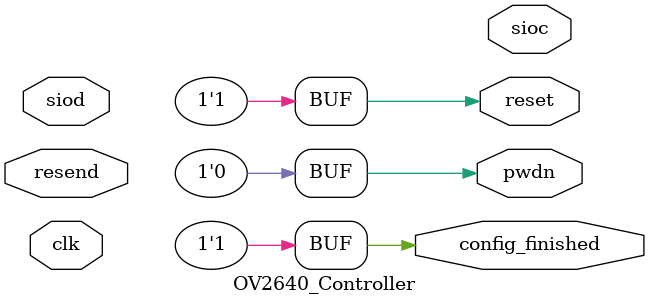
<source format=v>
module OV2640_Controller (
    input clk,                              // 50Mhz clock signal
    input resend,                           // Reset signal
    output config_finished,                 // Flag to indicate that the configuration is finished
    output sioc,                            // SCCB interface - clock signal
    inout siod,                             // SCCB interface - data signal
    output reset,                           // RESET signal for OV2640
    output pwdn                             // PWDN signal for OV2640
);

    // Internal signals
    wire [15:0] command;
    wire finished;
    wire taken;
    reg send = 0;

    // Signal for testing
    assign config_finished = 1;

    // Signals for RESET and PWDN OV2640
    assign reset = 1;
    assign pwdn = 0;

    // Signal to indicate that the configuration is finshied
    always @ (finished) begin
        send = ~finished;
    end

    // Create an instance of a LUT table
    // OV2640_Registers LUT(
    //     .clk(clk),                          // 50Mhz clock signal
    //     .advance(taken),                    // Flag to advance to next register
    //     .command(command),                  // register value and data for OV2640
    //     .finished(finished),                // Flag to indicate the configuration is finshed
    //     .resend(resend)                     // Re-configure flag for OV2640
    // );

    // Create an instance of a SCCB interface
    // I2C_Interface #(
    //     .SID (8'h60)
    // ) I2C (
    //     .clk(clk),                          // 50Mhz clock signal
    //     .taken(taken),                      // Flag to advance to next register
    //     .siod(siod),                        // Clock signal for SCCB interface
    //     .sioc(sioc),                        // Data signal for SCCB interface
    //     .send(send),                        // Continue to configure OV2640
    //     .rega(command[15:8]),               // Register address
    //     .value(command[7:0])                // Data to write into register
    // );

endmodule

</source>
